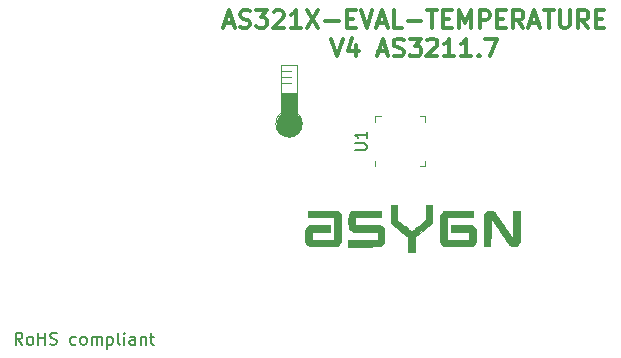
<source format=gbr>
G04 #@! TF.GenerationSoftware,KiCad,Pcbnew,6.0.9-8da3e8f707~117~ubuntu20.04.1*
G04 #@! TF.CreationDate,2022-12-15T16:30:04+01:00*
G04 #@! TF.ProjectId,picsyle-R_temperature_915,70696373-796c-4652-9d52-5f74656d7065,rev?*
G04 #@! TF.SameCoordinates,Original*
G04 #@! TF.FileFunction,Legend,Top*
G04 #@! TF.FilePolarity,Positive*
%FSLAX46Y46*%
G04 Gerber Fmt 4.6, Leading zero omitted, Abs format (unit mm)*
G04 Created by KiCad (PCBNEW 6.0.9-8da3e8f707~117~ubuntu20.04.1) date 2022-12-15 16:30:04*
%MOMM*%
%LPD*%
G01*
G04 APERTURE LIST*
%ADD10C,0.300000*%
%ADD11C,0.150000*%
%ADD12C,0.010000*%
%ADD13C,0.120000*%
%ADD14C,0.100000*%
G04 APERTURE END LIST*
D10*
X40928571Y-22042500D02*
X41642857Y-22042500D01*
X40785714Y-22471071D02*
X41285714Y-20971071D01*
X41785714Y-22471071D01*
X42214285Y-22399642D02*
X42428571Y-22471071D01*
X42785714Y-22471071D01*
X42928571Y-22399642D01*
X43000000Y-22328214D01*
X43071428Y-22185357D01*
X43071428Y-22042500D01*
X43000000Y-21899642D01*
X42928571Y-21828214D01*
X42785714Y-21756785D01*
X42500000Y-21685357D01*
X42357142Y-21613928D01*
X42285714Y-21542500D01*
X42214285Y-21399642D01*
X42214285Y-21256785D01*
X42285714Y-21113928D01*
X42357142Y-21042500D01*
X42500000Y-20971071D01*
X42857142Y-20971071D01*
X43071428Y-21042500D01*
X43571428Y-20971071D02*
X44500000Y-20971071D01*
X44000000Y-21542500D01*
X44214285Y-21542500D01*
X44357142Y-21613928D01*
X44428571Y-21685357D01*
X44500000Y-21828214D01*
X44500000Y-22185357D01*
X44428571Y-22328214D01*
X44357142Y-22399642D01*
X44214285Y-22471071D01*
X43785714Y-22471071D01*
X43642857Y-22399642D01*
X43571428Y-22328214D01*
X45071428Y-21113928D02*
X45142857Y-21042500D01*
X45285714Y-20971071D01*
X45642857Y-20971071D01*
X45785714Y-21042500D01*
X45857142Y-21113928D01*
X45928571Y-21256785D01*
X45928571Y-21399642D01*
X45857142Y-21613928D01*
X45000000Y-22471071D01*
X45928571Y-22471071D01*
X47357142Y-22471071D02*
X46500000Y-22471071D01*
X46928571Y-22471071D02*
X46928571Y-20971071D01*
X46785714Y-21185357D01*
X46642857Y-21328214D01*
X46500000Y-21399642D01*
X47857142Y-20971071D02*
X48857142Y-22471071D01*
X48857142Y-20971071D02*
X47857142Y-22471071D01*
X49428571Y-21899642D02*
X50571428Y-21899642D01*
X51285714Y-21685357D02*
X51785714Y-21685357D01*
X52000000Y-22471071D02*
X51285714Y-22471071D01*
X51285714Y-20971071D01*
X52000000Y-20971071D01*
X52428571Y-20971071D02*
X52928571Y-22471071D01*
X53428571Y-20971071D01*
X53857142Y-22042500D02*
X54571428Y-22042500D01*
X53714285Y-22471071D02*
X54214285Y-20971071D01*
X54714285Y-22471071D01*
X55928571Y-22471071D02*
X55214285Y-22471071D01*
X55214285Y-20971071D01*
X56428571Y-21899642D02*
X57571428Y-21899642D01*
X58071428Y-20971071D02*
X58928571Y-20971071D01*
X58500000Y-22471071D02*
X58500000Y-20971071D01*
X59428571Y-21685357D02*
X59928571Y-21685357D01*
X60142857Y-22471071D02*
X59428571Y-22471071D01*
X59428571Y-20971071D01*
X60142857Y-20971071D01*
X60785714Y-22471071D02*
X60785714Y-20971071D01*
X61285714Y-22042500D01*
X61785714Y-20971071D01*
X61785714Y-22471071D01*
X62500000Y-22471071D02*
X62500000Y-20971071D01*
X63071428Y-20971071D01*
X63214285Y-21042500D01*
X63285714Y-21113928D01*
X63357142Y-21256785D01*
X63357142Y-21471071D01*
X63285714Y-21613928D01*
X63214285Y-21685357D01*
X63071428Y-21756785D01*
X62500000Y-21756785D01*
X64000000Y-21685357D02*
X64500000Y-21685357D01*
X64714285Y-22471071D02*
X64000000Y-22471071D01*
X64000000Y-20971071D01*
X64714285Y-20971071D01*
X66214285Y-22471071D02*
X65714285Y-21756785D01*
X65357142Y-22471071D02*
X65357142Y-20971071D01*
X65928571Y-20971071D01*
X66071428Y-21042500D01*
X66142857Y-21113928D01*
X66214285Y-21256785D01*
X66214285Y-21471071D01*
X66142857Y-21613928D01*
X66071428Y-21685357D01*
X65928571Y-21756785D01*
X65357142Y-21756785D01*
X66785714Y-22042500D02*
X67500000Y-22042500D01*
X66642857Y-22471071D02*
X67142857Y-20971071D01*
X67642857Y-22471071D01*
X67928571Y-20971071D02*
X68785714Y-20971071D01*
X68357142Y-22471071D02*
X68357142Y-20971071D01*
X69285714Y-20971071D02*
X69285714Y-22185357D01*
X69357142Y-22328214D01*
X69428571Y-22399642D01*
X69571428Y-22471071D01*
X69857142Y-22471071D01*
X70000000Y-22399642D01*
X70071428Y-22328214D01*
X70142857Y-22185357D01*
X70142857Y-20971071D01*
X71714285Y-22471071D02*
X71214285Y-21756785D01*
X70857142Y-22471071D02*
X70857142Y-20971071D01*
X71428571Y-20971071D01*
X71571428Y-21042500D01*
X71642857Y-21113928D01*
X71714285Y-21256785D01*
X71714285Y-21471071D01*
X71642857Y-21613928D01*
X71571428Y-21685357D01*
X71428571Y-21756785D01*
X70857142Y-21756785D01*
X72357142Y-21685357D02*
X72857142Y-21685357D01*
X73071428Y-22471071D02*
X72357142Y-22471071D01*
X72357142Y-20971071D01*
X73071428Y-20971071D01*
X49928571Y-23386071D02*
X50428571Y-24886071D01*
X50928571Y-23386071D01*
X52071428Y-23886071D02*
X52071428Y-24886071D01*
X51714285Y-23314642D02*
X51357142Y-24386071D01*
X52285714Y-24386071D01*
X53928571Y-24457500D02*
X54642857Y-24457500D01*
X53785714Y-24886071D02*
X54285714Y-23386071D01*
X54785714Y-24886071D01*
X55214285Y-24814642D02*
X55428571Y-24886071D01*
X55785714Y-24886071D01*
X55928571Y-24814642D01*
X56000000Y-24743214D01*
X56071428Y-24600357D01*
X56071428Y-24457500D01*
X56000000Y-24314642D01*
X55928571Y-24243214D01*
X55785714Y-24171785D01*
X55500000Y-24100357D01*
X55357142Y-24028928D01*
X55285714Y-23957500D01*
X55214285Y-23814642D01*
X55214285Y-23671785D01*
X55285714Y-23528928D01*
X55357142Y-23457500D01*
X55500000Y-23386071D01*
X55857142Y-23386071D01*
X56071428Y-23457500D01*
X56571428Y-23386071D02*
X57500000Y-23386071D01*
X57000000Y-23957500D01*
X57214285Y-23957500D01*
X57357142Y-24028928D01*
X57428571Y-24100357D01*
X57500000Y-24243214D01*
X57500000Y-24600357D01*
X57428571Y-24743214D01*
X57357142Y-24814642D01*
X57214285Y-24886071D01*
X56785714Y-24886071D01*
X56642857Y-24814642D01*
X56571428Y-24743214D01*
X58071428Y-23528928D02*
X58142857Y-23457500D01*
X58285714Y-23386071D01*
X58642857Y-23386071D01*
X58785714Y-23457500D01*
X58857142Y-23528928D01*
X58928571Y-23671785D01*
X58928571Y-23814642D01*
X58857142Y-24028928D01*
X58000000Y-24886071D01*
X58928571Y-24886071D01*
X60357142Y-24886071D02*
X59500000Y-24886071D01*
X59928571Y-24886071D02*
X59928571Y-23386071D01*
X59785714Y-23600357D01*
X59642857Y-23743214D01*
X59500000Y-23814642D01*
X61785714Y-24886071D02*
X60928571Y-24886071D01*
X61357142Y-24886071D02*
X61357142Y-23386071D01*
X61214285Y-23600357D01*
X61071428Y-23743214D01*
X60928571Y-23814642D01*
X62428571Y-24743214D02*
X62500000Y-24814642D01*
X62428571Y-24886071D01*
X62357142Y-24814642D01*
X62428571Y-24743214D01*
X62428571Y-24886071D01*
X63000000Y-23386071D02*
X64000000Y-23386071D01*
X63357142Y-24886071D01*
D11*
X23795714Y-49282380D02*
X23462380Y-48806190D01*
X23224285Y-49282380D02*
X23224285Y-48282380D01*
X23605238Y-48282380D01*
X23700476Y-48330000D01*
X23748095Y-48377619D01*
X23795714Y-48472857D01*
X23795714Y-48615714D01*
X23748095Y-48710952D01*
X23700476Y-48758571D01*
X23605238Y-48806190D01*
X23224285Y-48806190D01*
X24367142Y-49282380D02*
X24271904Y-49234761D01*
X24224285Y-49187142D01*
X24176666Y-49091904D01*
X24176666Y-48806190D01*
X24224285Y-48710952D01*
X24271904Y-48663333D01*
X24367142Y-48615714D01*
X24510000Y-48615714D01*
X24605238Y-48663333D01*
X24652857Y-48710952D01*
X24700476Y-48806190D01*
X24700476Y-49091904D01*
X24652857Y-49187142D01*
X24605238Y-49234761D01*
X24510000Y-49282380D01*
X24367142Y-49282380D01*
X25129047Y-49282380D02*
X25129047Y-48282380D01*
X25129047Y-48758571D02*
X25700476Y-48758571D01*
X25700476Y-49282380D02*
X25700476Y-48282380D01*
X26129047Y-49234761D02*
X26271904Y-49282380D01*
X26510000Y-49282380D01*
X26605238Y-49234761D01*
X26652857Y-49187142D01*
X26700476Y-49091904D01*
X26700476Y-48996666D01*
X26652857Y-48901428D01*
X26605238Y-48853809D01*
X26510000Y-48806190D01*
X26319523Y-48758571D01*
X26224285Y-48710952D01*
X26176666Y-48663333D01*
X26129047Y-48568095D01*
X26129047Y-48472857D01*
X26176666Y-48377619D01*
X26224285Y-48330000D01*
X26319523Y-48282380D01*
X26557619Y-48282380D01*
X26700476Y-48330000D01*
X28319523Y-49234761D02*
X28224285Y-49282380D01*
X28033809Y-49282380D01*
X27938571Y-49234761D01*
X27890952Y-49187142D01*
X27843333Y-49091904D01*
X27843333Y-48806190D01*
X27890952Y-48710952D01*
X27938571Y-48663333D01*
X28033809Y-48615714D01*
X28224285Y-48615714D01*
X28319523Y-48663333D01*
X28890952Y-49282380D02*
X28795714Y-49234761D01*
X28748095Y-49187142D01*
X28700476Y-49091904D01*
X28700476Y-48806190D01*
X28748095Y-48710952D01*
X28795714Y-48663333D01*
X28890952Y-48615714D01*
X29033809Y-48615714D01*
X29129047Y-48663333D01*
X29176666Y-48710952D01*
X29224285Y-48806190D01*
X29224285Y-49091904D01*
X29176666Y-49187142D01*
X29129047Y-49234761D01*
X29033809Y-49282380D01*
X28890952Y-49282380D01*
X29652857Y-49282380D02*
X29652857Y-48615714D01*
X29652857Y-48710952D02*
X29700476Y-48663333D01*
X29795714Y-48615714D01*
X29938571Y-48615714D01*
X30033809Y-48663333D01*
X30081428Y-48758571D01*
X30081428Y-49282380D01*
X30081428Y-48758571D02*
X30129047Y-48663333D01*
X30224285Y-48615714D01*
X30367142Y-48615714D01*
X30462380Y-48663333D01*
X30510000Y-48758571D01*
X30510000Y-49282380D01*
X30986190Y-48615714D02*
X30986190Y-49615714D01*
X30986190Y-48663333D02*
X31081428Y-48615714D01*
X31271904Y-48615714D01*
X31367142Y-48663333D01*
X31414761Y-48710952D01*
X31462380Y-48806190D01*
X31462380Y-49091904D01*
X31414761Y-49187142D01*
X31367142Y-49234761D01*
X31271904Y-49282380D01*
X31081428Y-49282380D01*
X30986190Y-49234761D01*
X32033809Y-49282380D02*
X31938571Y-49234761D01*
X31890952Y-49139523D01*
X31890952Y-48282380D01*
X32414761Y-49282380D02*
X32414761Y-48615714D01*
X32414761Y-48282380D02*
X32367142Y-48330000D01*
X32414761Y-48377619D01*
X32462380Y-48330000D01*
X32414761Y-48282380D01*
X32414761Y-48377619D01*
X33319523Y-49282380D02*
X33319523Y-48758571D01*
X33271904Y-48663333D01*
X33176666Y-48615714D01*
X32986190Y-48615714D01*
X32890952Y-48663333D01*
X33319523Y-49234761D02*
X33224285Y-49282380D01*
X32986190Y-49282380D01*
X32890952Y-49234761D01*
X32843333Y-49139523D01*
X32843333Y-49044285D01*
X32890952Y-48949047D01*
X32986190Y-48901428D01*
X33224285Y-48901428D01*
X33319523Y-48853809D01*
X33795714Y-48615714D02*
X33795714Y-49282380D01*
X33795714Y-48710952D02*
X33843333Y-48663333D01*
X33938571Y-48615714D01*
X34081428Y-48615714D01*
X34176666Y-48663333D01*
X34224285Y-48758571D01*
X34224285Y-49282380D01*
X34557619Y-48615714D02*
X34938571Y-48615714D01*
X34700476Y-48282380D02*
X34700476Y-49139523D01*
X34748095Y-49234761D01*
X34843333Y-49282380D01*
X34938571Y-49282380D01*
X51932380Y-32821904D02*
X52741904Y-32821904D01*
X52837142Y-32774285D01*
X52884761Y-32726666D01*
X52932380Y-32631428D01*
X52932380Y-32440952D01*
X52884761Y-32345714D01*
X52837142Y-32298095D01*
X52741904Y-32250476D01*
X51932380Y-32250476D01*
X52932380Y-31250476D02*
X52932380Y-31821904D01*
X52932380Y-31536190D02*
X51932380Y-31536190D01*
X52075238Y-31631428D01*
X52170476Y-31726666D01*
X52218095Y-31821904D01*
G36*
X54195916Y-38486917D02*
G01*
X51962833Y-38486917D01*
X51962833Y-39174833D01*
X52981479Y-39174959D01*
X53154686Y-39174978D01*
X53308071Y-39175030D01*
X53442976Y-39175176D01*
X53560746Y-39175477D01*
X53662722Y-39175995D01*
X53750251Y-39176788D01*
X53824673Y-39177920D01*
X53887335Y-39179450D01*
X53939578Y-39181439D01*
X53982746Y-39183949D01*
X54018184Y-39187040D01*
X54047234Y-39190772D01*
X54071240Y-39195208D01*
X54091546Y-39200407D01*
X54109496Y-39206431D01*
X54126432Y-39213341D01*
X54143699Y-39221197D01*
X54158875Y-39228307D01*
X54200528Y-39253759D01*
X54247976Y-39292079D01*
X54296004Y-39338055D01*
X54339402Y-39386475D01*
X54372956Y-39432125D01*
X54385859Y-39455292D01*
X54398218Y-39482436D01*
X54408502Y-39507662D01*
X54416900Y-39533174D01*
X54423604Y-39561175D01*
X54428806Y-39593869D01*
X54432697Y-39633460D01*
X54435468Y-39682151D01*
X54437310Y-39742146D01*
X54438415Y-39815648D01*
X54438974Y-39904863D01*
X54439179Y-40011992D01*
X54439207Y-40069850D01*
X54439139Y-40183612D01*
X54438822Y-40278257D01*
X54438188Y-40355833D01*
X54437172Y-40418388D01*
X54435706Y-40467970D01*
X54433723Y-40506628D01*
X54431156Y-40536409D01*
X54427939Y-40559364D01*
X54424005Y-40577538D01*
X54422448Y-40583141D01*
X54384204Y-40678340D01*
X54329408Y-40764016D01*
X54260568Y-40837858D01*
X54180189Y-40897552D01*
X54090777Y-40940786D01*
X54011410Y-40962530D01*
X53990825Y-40964522D01*
X53951798Y-40966318D01*
X53894063Y-40967919D01*
X53817353Y-40969328D01*
X53721402Y-40970547D01*
X53605944Y-40971578D01*
X53470712Y-40972423D01*
X53315439Y-40973085D01*
X53139859Y-40973567D01*
X52943706Y-40973869D01*
X52726713Y-40973995D01*
X52675264Y-40974000D01*
X51401916Y-40974000D01*
X51401916Y-40413083D01*
X53889000Y-40413083D01*
X53889000Y-39725167D01*
X52863531Y-39725167D01*
X52693154Y-39725155D01*
X52542618Y-39725103D01*
X52410597Y-39724986D01*
X52295764Y-39724777D01*
X52196793Y-39724452D01*
X52112358Y-39723985D01*
X52041134Y-39723350D01*
X51981794Y-39722523D01*
X51933012Y-39721476D01*
X51893461Y-39720186D01*
X51861817Y-39718626D01*
X51836753Y-39716772D01*
X51816942Y-39714596D01*
X51801059Y-39712075D01*
X51787777Y-39709183D01*
X51775771Y-39705894D01*
X51770038Y-39704156D01*
X51675759Y-39664398D01*
X51591703Y-39607656D01*
X51520200Y-39536353D01*
X51463584Y-39452913D01*
X51424186Y-39359758D01*
X51418139Y-39338505D01*
X51413536Y-39309432D01*
X51409616Y-39262125D01*
X51406377Y-39199503D01*
X51403820Y-39124486D01*
X51401946Y-39039994D01*
X51400754Y-38948949D01*
X51400244Y-38854270D01*
X51400417Y-38758877D01*
X51401272Y-38665690D01*
X51402809Y-38577631D01*
X51405030Y-38497618D01*
X51407932Y-38428573D01*
X51411518Y-38373415D01*
X51415786Y-38335065D01*
X51418121Y-38323315D01*
X51452923Y-38229780D01*
X51505090Y-38144533D01*
X51571937Y-38070093D01*
X51650775Y-38008976D01*
X51738919Y-37963701D01*
X51829839Y-37937470D01*
X51851430Y-37935363D01*
X51892067Y-37933475D01*
X51951974Y-37931805D01*
X52031372Y-37930350D01*
X52130484Y-37929109D01*
X52249532Y-37928079D01*
X52388739Y-37927258D01*
X52548326Y-37926644D01*
X52728518Y-37926234D01*
X52929535Y-37926028D01*
X53044277Y-37926000D01*
X54195916Y-37926000D01*
X54195916Y-38486917D01*
G37*
D12*
X54195916Y-38486917D02*
X51962833Y-38486917D01*
X51962833Y-39174833D01*
X52981479Y-39174959D01*
X53154686Y-39174978D01*
X53308071Y-39175030D01*
X53442976Y-39175176D01*
X53560746Y-39175477D01*
X53662722Y-39175995D01*
X53750251Y-39176788D01*
X53824673Y-39177920D01*
X53887335Y-39179450D01*
X53939578Y-39181439D01*
X53982746Y-39183949D01*
X54018184Y-39187040D01*
X54047234Y-39190772D01*
X54071240Y-39195208D01*
X54091546Y-39200407D01*
X54109496Y-39206431D01*
X54126432Y-39213341D01*
X54143699Y-39221197D01*
X54158875Y-39228307D01*
X54200528Y-39253759D01*
X54247976Y-39292079D01*
X54296004Y-39338055D01*
X54339402Y-39386475D01*
X54372956Y-39432125D01*
X54385859Y-39455292D01*
X54398218Y-39482436D01*
X54408502Y-39507662D01*
X54416900Y-39533174D01*
X54423604Y-39561175D01*
X54428806Y-39593869D01*
X54432697Y-39633460D01*
X54435468Y-39682151D01*
X54437310Y-39742146D01*
X54438415Y-39815648D01*
X54438974Y-39904863D01*
X54439179Y-40011992D01*
X54439207Y-40069850D01*
X54439139Y-40183612D01*
X54438822Y-40278257D01*
X54438188Y-40355833D01*
X54437172Y-40418388D01*
X54435706Y-40467970D01*
X54433723Y-40506628D01*
X54431156Y-40536409D01*
X54427939Y-40559364D01*
X54424005Y-40577538D01*
X54422448Y-40583141D01*
X54384204Y-40678340D01*
X54329408Y-40764016D01*
X54260568Y-40837858D01*
X54180189Y-40897552D01*
X54090777Y-40940786D01*
X54011410Y-40962530D01*
X53990825Y-40964522D01*
X53951798Y-40966318D01*
X53894063Y-40967919D01*
X53817353Y-40969328D01*
X53721402Y-40970547D01*
X53605944Y-40971578D01*
X53470712Y-40972423D01*
X53315439Y-40973085D01*
X53139859Y-40973567D01*
X52943706Y-40973869D01*
X52726713Y-40973995D01*
X52675264Y-40974000D01*
X51401916Y-40974000D01*
X51401916Y-40413083D01*
X53889000Y-40413083D01*
X53889000Y-39725167D01*
X52863531Y-39725167D01*
X52693154Y-39725155D01*
X52542618Y-39725103D01*
X52410597Y-39724986D01*
X52295764Y-39724777D01*
X52196793Y-39724452D01*
X52112358Y-39723985D01*
X52041134Y-39723350D01*
X51981794Y-39722523D01*
X51933012Y-39721476D01*
X51893461Y-39720186D01*
X51861817Y-39718626D01*
X51836753Y-39716772D01*
X51816942Y-39714596D01*
X51801059Y-39712075D01*
X51787777Y-39709183D01*
X51775771Y-39705894D01*
X51770038Y-39704156D01*
X51675759Y-39664398D01*
X51591703Y-39607656D01*
X51520200Y-39536353D01*
X51463584Y-39452913D01*
X51424186Y-39359758D01*
X51418139Y-39338505D01*
X51413536Y-39309432D01*
X51409616Y-39262125D01*
X51406377Y-39199503D01*
X51403820Y-39124486D01*
X51401946Y-39039994D01*
X51400754Y-38948949D01*
X51400244Y-38854270D01*
X51400417Y-38758877D01*
X51401272Y-38665690D01*
X51402809Y-38577631D01*
X51405030Y-38497618D01*
X51407932Y-38428573D01*
X51411518Y-38373415D01*
X51415786Y-38335065D01*
X51418121Y-38323315D01*
X51452923Y-38229780D01*
X51505090Y-38144533D01*
X51571937Y-38070093D01*
X51650775Y-38008976D01*
X51738919Y-37963701D01*
X51829839Y-37937470D01*
X51851430Y-37935363D01*
X51892067Y-37933475D01*
X51951974Y-37931805D01*
X52031372Y-37930350D01*
X52130484Y-37929109D01*
X52249532Y-37928079D01*
X52388739Y-37927258D01*
X52548326Y-37926644D01*
X52728518Y-37926234D01*
X52929535Y-37926028D01*
X53044277Y-37926000D01*
X54195916Y-37926000D01*
X54195916Y-38486917D01*
G36*
X61953500Y-38486917D02*
G01*
X59720416Y-38486917D01*
X59720416Y-40413083D01*
X61646583Y-40413083D01*
X61646583Y-39725167D01*
X60122583Y-39725167D01*
X60122583Y-39174833D01*
X60940568Y-39174833D01*
X61097494Y-39174840D01*
X61234761Y-39174924D01*
X61353876Y-39175177D01*
X61456347Y-39175691D01*
X61543681Y-39176559D01*
X61617386Y-39177875D01*
X61678969Y-39179729D01*
X61729937Y-39182216D01*
X61771799Y-39185428D01*
X61806061Y-39189457D01*
X61834231Y-39194396D01*
X61857817Y-39200338D01*
X61878325Y-39207375D01*
X61897264Y-39215600D01*
X61916141Y-39225106D01*
X61936463Y-39235985D01*
X61936558Y-39236036D01*
X62001669Y-39280419D01*
X62063803Y-39339947D01*
X62117455Y-39408748D01*
X62148415Y-39462086D01*
X62162674Y-39493149D01*
X62174563Y-39524965D01*
X62184260Y-39559665D01*
X62191945Y-39599377D01*
X62197795Y-39646229D01*
X62201988Y-39702352D01*
X62204704Y-39769873D01*
X62206120Y-39850923D01*
X62206415Y-39947630D01*
X62205767Y-40062123D01*
X62205025Y-40137917D01*
X62203835Y-40241216D01*
X62202638Y-40325703D01*
X62201300Y-40393732D01*
X62199687Y-40447657D01*
X62197667Y-40489832D01*
X62195105Y-40522611D01*
X62191868Y-40548348D01*
X62187823Y-40569397D01*
X62182836Y-40588112D01*
X62178768Y-40600918D01*
X62138930Y-40690163D01*
X62082716Y-40771590D01*
X62013274Y-40842260D01*
X61933749Y-40899232D01*
X61847290Y-40939566D01*
X61802351Y-40952597D01*
X61784273Y-40954297D01*
X61745891Y-40955868D01*
X61688064Y-40957301D01*
X61611653Y-40958589D01*
X61517521Y-40959724D01*
X61406527Y-40960698D01*
X61279532Y-40961503D01*
X61137399Y-40962131D01*
X60980987Y-40962575D01*
X60811158Y-40962827D01*
X60672916Y-40962885D01*
X59588125Y-40962870D01*
X59516917Y-40938602D01*
X59439559Y-40904584D01*
X59365733Y-40858095D01*
X59303234Y-40804247D01*
X59289809Y-40789681D01*
X59255431Y-40742174D01*
X59221961Y-40682080D01*
X59193418Y-40617750D01*
X59173822Y-40557534D01*
X59170244Y-40541284D01*
X59168363Y-40520596D01*
X59166658Y-40480613D01*
X59165128Y-40423129D01*
X59163772Y-40349934D01*
X59162590Y-40262819D01*
X59161580Y-40163576D01*
X59160742Y-40053995D01*
X59160074Y-39935868D01*
X59159578Y-39810985D01*
X59159250Y-39681139D01*
X59159091Y-39548120D01*
X59159100Y-39413719D01*
X59159276Y-39279728D01*
X59159619Y-39147937D01*
X59160127Y-39020138D01*
X59160800Y-38898122D01*
X59161637Y-38783681D01*
X59162637Y-38678604D01*
X59163800Y-38584684D01*
X59165124Y-38503711D01*
X59166609Y-38437477D01*
X59168254Y-38387773D01*
X59170059Y-38356390D01*
X59171195Y-38347208D01*
X59198411Y-38261646D01*
X59242156Y-38178794D01*
X59299024Y-38103102D01*
X59365611Y-38039020D01*
X59438511Y-37990995D01*
X59447102Y-37986724D01*
X59466163Y-37977518D01*
X59483718Y-37969299D01*
X59501013Y-37962008D01*
X59519295Y-37955591D01*
X59539809Y-37949992D01*
X59563802Y-37945155D01*
X59592520Y-37941023D01*
X59627208Y-37937542D01*
X59669113Y-37934655D01*
X59719481Y-37932306D01*
X59779558Y-37930439D01*
X59850590Y-37928999D01*
X59933823Y-37927929D01*
X60030502Y-37927174D01*
X60141875Y-37926677D01*
X60269187Y-37926384D01*
X60413685Y-37926237D01*
X60576613Y-37926181D01*
X60759219Y-37926161D01*
X60797270Y-37926156D01*
X61953500Y-37926000D01*
X61953500Y-38486917D01*
G37*
X61953500Y-38486917D02*
X59720416Y-38486917D01*
X59720416Y-40413083D01*
X61646583Y-40413083D01*
X61646583Y-39725167D01*
X60122583Y-39725167D01*
X60122583Y-39174833D01*
X60940568Y-39174833D01*
X61097494Y-39174840D01*
X61234761Y-39174924D01*
X61353876Y-39175177D01*
X61456347Y-39175691D01*
X61543681Y-39176559D01*
X61617386Y-39177875D01*
X61678969Y-39179729D01*
X61729937Y-39182216D01*
X61771799Y-39185428D01*
X61806061Y-39189457D01*
X61834231Y-39194396D01*
X61857817Y-39200338D01*
X61878325Y-39207375D01*
X61897264Y-39215600D01*
X61916141Y-39225106D01*
X61936463Y-39235985D01*
X61936558Y-39236036D01*
X62001669Y-39280419D01*
X62063803Y-39339947D01*
X62117455Y-39408748D01*
X62148415Y-39462086D01*
X62162674Y-39493149D01*
X62174563Y-39524965D01*
X62184260Y-39559665D01*
X62191945Y-39599377D01*
X62197795Y-39646229D01*
X62201988Y-39702352D01*
X62204704Y-39769873D01*
X62206120Y-39850923D01*
X62206415Y-39947630D01*
X62205767Y-40062123D01*
X62205025Y-40137917D01*
X62203835Y-40241216D01*
X62202638Y-40325703D01*
X62201300Y-40393732D01*
X62199687Y-40447657D01*
X62197667Y-40489832D01*
X62195105Y-40522611D01*
X62191868Y-40548348D01*
X62187823Y-40569397D01*
X62182836Y-40588112D01*
X62178768Y-40600918D01*
X62138930Y-40690163D01*
X62082716Y-40771590D01*
X62013274Y-40842260D01*
X61933749Y-40899232D01*
X61847290Y-40939566D01*
X61802351Y-40952597D01*
X61784273Y-40954297D01*
X61745891Y-40955868D01*
X61688064Y-40957301D01*
X61611653Y-40958589D01*
X61517521Y-40959724D01*
X61406527Y-40960698D01*
X61279532Y-40961503D01*
X61137399Y-40962131D01*
X60980987Y-40962575D01*
X60811158Y-40962827D01*
X60672916Y-40962885D01*
X59588125Y-40962870D01*
X59516917Y-40938602D01*
X59439559Y-40904584D01*
X59365733Y-40858095D01*
X59303234Y-40804247D01*
X59289809Y-40789681D01*
X59255431Y-40742174D01*
X59221961Y-40682080D01*
X59193418Y-40617750D01*
X59173822Y-40557534D01*
X59170244Y-40541284D01*
X59168363Y-40520596D01*
X59166658Y-40480613D01*
X59165128Y-40423129D01*
X59163772Y-40349934D01*
X59162590Y-40262819D01*
X59161580Y-40163576D01*
X59160742Y-40053995D01*
X59160074Y-39935868D01*
X59159578Y-39810985D01*
X59159250Y-39681139D01*
X59159091Y-39548120D01*
X59159100Y-39413719D01*
X59159276Y-39279728D01*
X59159619Y-39147937D01*
X59160127Y-39020138D01*
X59160800Y-38898122D01*
X59161637Y-38783681D01*
X59162637Y-38678604D01*
X59163800Y-38584684D01*
X59165124Y-38503711D01*
X59166609Y-38437477D01*
X59168254Y-38387773D01*
X59170059Y-38356390D01*
X59171195Y-38347208D01*
X59198411Y-38261646D01*
X59242156Y-38178794D01*
X59299024Y-38103102D01*
X59365611Y-38039020D01*
X59438511Y-37990995D01*
X59447102Y-37986724D01*
X59466163Y-37977518D01*
X59483718Y-37969299D01*
X59501013Y-37962008D01*
X59519295Y-37955591D01*
X59539809Y-37949992D01*
X59563802Y-37945155D01*
X59592520Y-37941023D01*
X59627208Y-37937542D01*
X59669113Y-37934655D01*
X59719481Y-37932306D01*
X59779558Y-37930439D01*
X59850590Y-37928999D01*
X59933823Y-37927929D01*
X60030502Y-37927174D01*
X60141875Y-37926677D01*
X60269187Y-37926384D01*
X60413685Y-37926237D01*
X60576613Y-37926181D01*
X60759219Y-37926161D01*
X60797270Y-37926156D01*
X61953500Y-37926000D01*
X61953500Y-38486917D01*
G36*
X65901083Y-39231359D02*
G01*
X65901047Y-39430946D01*
X65900933Y-39610400D01*
X65900729Y-39770755D01*
X65900424Y-39913043D01*
X65900008Y-40038300D01*
X65899470Y-40147559D01*
X65898798Y-40241852D01*
X65897982Y-40322215D01*
X65897010Y-40389680D01*
X65895873Y-40445281D01*
X65894558Y-40490052D01*
X65893056Y-40525026D01*
X65891354Y-40551238D01*
X65889443Y-40569720D01*
X65887311Y-40581506D01*
X65886788Y-40583380D01*
X65845713Y-40683876D01*
X65788276Y-40770966D01*
X65714720Y-40844362D01*
X65625291Y-40903775D01*
X65606825Y-40913311D01*
X65516387Y-40958125D01*
X65238029Y-40958125D01*
X65148868Y-40913779D01*
X65066309Y-40865053D01*
X65005447Y-40813238D01*
X64992646Y-40797562D01*
X64968589Y-40765591D01*
X64934065Y-40718436D01*
X64889859Y-40657207D01*
X64836758Y-40583017D01*
X64775550Y-40496977D01*
X64707022Y-40400198D01*
X64631960Y-40293791D01*
X64551152Y-40178869D01*
X64465385Y-40056541D01*
X64375446Y-39927921D01*
X64282121Y-39794118D01*
X64190530Y-39662478D01*
X63429875Y-38567915D01*
X63427183Y-39765666D01*
X63424492Y-40963417D01*
X62863666Y-40963417D01*
X62863666Y-39683354D01*
X62863743Y-39466452D01*
X62863976Y-39270255D01*
X62864370Y-39094300D01*
X62864929Y-38938126D01*
X62865656Y-38801272D01*
X62866555Y-38683275D01*
X62867632Y-38583675D01*
X62868889Y-38502009D01*
X62870330Y-38437815D01*
X62871961Y-38390633D01*
X62873784Y-38360000D01*
X62875362Y-38347208D01*
X62903882Y-38257972D01*
X62949911Y-38171962D01*
X63009959Y-38094102D01*
X63080537Y-38029313D01*
X63119407Y-38002923D01*
X63200228Y-37964766D01*
X63290787Y-37939650D01*
X63382791Y-37929532D01*
X63425992Y-37930649D01*
X63528244Y-37946403D01*
X63618406Y-37977843D01*
X63700169Y-38026547D01*
X63753044Y-38070510D01*
X63765860Y-38085519D01*
X63790100Y-38117150D01*
X63825189Y-38164590D01*
X63870550Y-38227027D01*
X63925604Y-38303648D01*
X63989775Y-38393641D01*
X64062486Y-38496193D01*
X64143160Y-38610491D01*
X64231219Y-38735724D01*
X64326087Y-38871077D01*
X64427186Y-39015740D01*
X64533940Y-39168898D01*
X64573253Y-39225396D01*
X65345458Y-40335637D01*
X65348149Y-39130819D01*
X65350839Y-37926000D01*
X65901083Y-37926000D01*
X65901083Y-39231359D01*
G37*
X65901083Y-39231359D02*
X65901047Y-39430946D01*
X65900933Y-39610400D01*
X65900729Y-39770755D01*
X65900424Y-39913043D01*
X65900008Y-40038300D01*
X65899470Y-40147559D01*
X65898798Y-40241852D01*
X65897982Y-40322215D01*
X65897010Y-40389680D01*
X65895873Y-40445281D01*
X65894558Y-40490052D01*
X65893056Y-40525026D01*
X65891354Y-40551238D01*
X65889443Y-40569720D01*
X65887311Y-40581506D01*
X65886788Y-40583380D01*
X65845713Y-40683876D01*
X65788276Y-40770966D01*
X65714720Y-40844362D01*
X65625291Y-40903775D01*
X65606825Y-40913311D01*
X65516387Y-40958125D01*
X65238029Y-40958125D01*
X65148868Y-40913779D01*
X65066309Y-40865053D01*
X65005447Y-40813238D01*
X64992646Y-40797562D01*
X64968589Y-40765591D01*
X64934065Y-40718436D01*
X64889859Y-40657207D01*
X64836758Y-40583017D01*
X64775550Y-40496977D01*
X64707022Y-40400198D01*
X64631960Y-40293791D01*
X64551152Y-40178869D01*
X64465385Y-40056541D01*
X64375446Y-39927921D01*
X64282121Y-39794118D01*
X64190530Y-39662478D01*
X63429875Y-38567915D01*
X63427183Y-39765666D01*
X63424492Y-40963417D01*
X62863666Y-40963417D01*
X62863666Y-39683354D01*
X62863743Y-39466452D01*
X62863976Y-39270255D01*
X62864370Y-39094300D01*
X62864929Y-38938126D01*
X62865656Y-38801272D01*
X62866555Y-38683275D01*
X62867632Y-38583675D01*
X62868889Y-38502009D01*
X62870330Y-38437815D01*
X62871961Y-38390633D01*
X62873784Y-38360000D01*
X62875362Y-38347208D01*
X62903882Y-38257972D01*
X62949911Y-38171962D01*
X63009959Y-38094102D01*
X63080537Y-38029313D01*
X63119407Y-38002923D01*
X63200228Y-37964766D01*
X63290787Y-37939650D01*
X63382791Y-37929532D01*
X63425992Y-37930649D01*
X63528244Y-37946403D01*
X63618406Y-37977843D01*
X63700169Y-38026547D01*
X63753044Y-38070510D01*
X63765860Y-38085519D01*
X63790100Y-38117150D01*
X63825189Y-38164590D01*
X63870550Y-38227027D01*
X63925604Y-38303648D01*
X63989775Y-38393641D01*
X64062486Y-38496193D01*
X64143160Y-38610491D01*
X64231219Y-38735724D01*
X64326087Y-38871077D01*
X64427186Y-39015740D01*
X64533940Y-39168898D01*
X64573253Y-39225396D01*
X65345458Y-40335637D01*
X65348149Y-39130819D01*
X65350839Y-37926000D01*
X65901083Y-37926000D01*
X65901083Y-39231359D01*
G36*
X49335134Y-37926008D02*
G01*
X49498486Y-37926047D01*
X49643124Y-37926137D01*
X49770278Y-37926299D01*
X49881173Y-37926555D01*
X49977036Y-37926925D01*
X50059095Y-37927430D01*
X50128576Y-37928090D01*
X50186708Y-37928928D01*
X50234716Y-37929963D01*
X50273828Y-37931217D01*
X50305270Y-37932711D01*
X50330271Y-37934465D01*
X50350056Y-37936501D01*
X50365853Y-37938839D01*
X50378890Y-37941500D01*
X50390392Y-37944505D01*
X50399617Y-37947265D01*
X50488831Y-37985062D01*
X50570680Y-38039646D01*
X50641185Y-38107657D01*
X50696368Y-38185737D01*
X50707887Y-38207623D01*
X50717318Y-38226779D01*
X50725688Y-38244350D01*
X50733060Y-38261653D01*
X50739497Y-38280004D01*
X50745063Y-38300720D01*
X50749821Y-38325118D01*
X50753833Y-38354515D01*
X50757165Y-38390227D01*
X50759878Y-38433571D01*
X50762036Y-38485864D01*
X50763703Y-38548422D01*
X50764941Y-38622563D01*
X50765814Y-38709602D01*
X50766385Y-38810857D01*
X50766718Y-38927644D01*
X50766875Y-39061280D01*
X50766920Y-39213082D01*
X50766917Y-39384366D01*
X50766916Y-39435827D01*
X50766816Y-39633994D01*
X50766512Y-39811423D01*
X50766000Y-39968544D01*
X50765276Y-40105785D01*
X50764334Y-40223575D01*
X50763171Y-40322343D01*
X50761781Y-40402517D01*
X50760161Y-40464526D01*
X50758305Y-40508799D01*
X50756210Y-40535765D01*
X50755221Y-40542208D01*
X50728565Y-40626441D01*
X50685868Y-40708290D01*
X50630516Y-40783322D01*
X50565895Y-40847105D01*
X50495392Y-40895208D01*
X50479301Y-40903307D01*
X50459005Y-40912866D01*
X50440280Y-40921349D01*
X50421801Y-40928819D01*
X50402245Y-40935339D01*
X50380285Y-40940971D01*
X50354597Y-40945780D01*
X50323857Y-40949827D01*
X50286739Y-40953175D01*
X50241919Y-40955888D01*
X50188073Y-40958029D01*
X50123875Y-40959661D01*
X50048001Y-40960846D01*
X49959126Y-40961647D01*
X49855925Y-40962128D01*
X49737073Y-40962352D01*
X49601247Y-40962381D01*
X49447120Y-40962278D01*
X49273369Y-40962107D01*
X49242916Y-40962076D01*
X49081419Y-40961816D01*
X48928544Y-40961369D01*
X48785545Y-40960748D01*
X48653676Y-40959966D01*
X48534192Y-40959035D01*
X48428345Y-40957968D01*
X48337391Y-40956778D01*
X48262582Y-40955477D01*
X48205174Y-40954078D01*
X48166419Y-40952594D01*
X48147573Y-40951037D01*
X48147541Y-40951031D01*
X48060985Y-40924792D01*
X47976706Y-40880967D01*
X47899475Y-40822989D01*
X47834057Y-40754292D01*
X47795425Y-40697465D01*
X47780468Y-40670730D01*
X47767931Y-40646197D01*
X47757612Y-40621783D01*
X47749312Y-40595407D01*
X47742831Y-40564986D01*
X47737967Y-40528439D01*
X47734522Y-40483682D01*
X47732295Y-40428633D01*
X47731085Y-40361211D01*
X47730692Y-40279333D01*
X47730917Y-40180917D01*
X47731559Y-40063881D01*
X47731738Y-40035091D01*
X47734791Y-39548899D01*
X47779674Y-39458345D01*
X47835951Y-39366725D01*
X47905979Y-39291195D01*
X47989747Y-39231767D01*
X48087245Y-39188447D01*
X48109775Y-39181305D01*
X48122370Y-39178125D01*
X48138226Y-39175359D01*
X48158800Y-39172980D01*
X48185550Y-39170960D01*
X48219934Y-39169270D01*
X48263407Y-39167882D01*
X48317428Y-39166767D01*
X48383454Y-39165899D01*
X48462942Y-39165248D01*
X48557350Y-39164786D01*
X48668134Y-39164485D01*
X48796753Y-39164316D01*
X48944663Y-39164253D01*
X48990837Y-39164250D01*
X49814416Y-39164250D01*
X49814416Y-39714583D01*
X48279833Y-39714583D01*
X48279833Y-40402500D01*
X50206000Y-40402500D01*
X50206000Y-38476333D01*
X47972916Y-38476333D01*
X47972916Y-37926000D01*
X49151843Y-37926000D01*
X49335134Y-37926008D01*
G37*
X49335134Y-37926008D02*
X49498486Y-37926047D01*
X49643124Y-37926137D01*
X49770278Y-37926299D01*
X49881173Y-37926555D01*
X49977036Y-37926925D01*
X50059095Y-37927430D01*
X50128576Y-37928090D01*
X50186708Y-37928928D01*
X50234716Y-37929963D01*
X50273828Y-37931217D01*
X50305270Y-37932711D01*
X50330271Y-37934465D01*
X50350056Y-37936501D01*
X50365853Y-37938839D01*
X50378890Y-37941500D01*
X50390392Y-37944505D01*
X50399617Y-37947265D01*
X50488831Y-37985062D01*
X50570680Y-38039646D01*
X50641185Y-38107657D01*
X50696368Y-38185737D01*
X50707887Y-38207623D01*
X50717318Y-38226779D01*
X50725688Y-38244350D01*
X50733060Y-38261653D01*
X50739497Y-38280004D01*
X50745063Y-38300720D01*
X50749821Y-38325118D01*
X50753833Y-38354515D01*
X50757165Y-38390227D01*
X50759878Y-38433571D01*
X50762036Y-38485864D01*
X50763703Y-38548422D01*
X50764941Y-38622563D01*
X50765814Y-38709602D01*
X50766385Y-38810857D01*
X50766718Y-38927644D01*
X50766875Y-39061280D01*
X50766920Y-39213082D01*
X50766917Y-39384366D01*
X50766916Y-39435827D01*
X50766816Y-39633994D01*
X50766512Y-39811423D01*
X50766000Y-39968544D01*
X50765276Y-40105785D01*
X50764334Y-40223575D01*
X50763171Y-40322343D01*
X50761781Y-40402517D01*
X50760161Y-40464526D01*
X50758305Y-40508799D01*
X50756210Y-40535765D01*
X50755221Y-40542208D01*
X50728565Y-40626441D01*
X50685868Y-40708290D01*
X50630516Y-40783322D01*
X50565895Y-40847105D01*
X50495392Y-40895208D01*
X50479301Y-40903307D01*
X50459005Y-40912866D01*
X50440280Y-40921349D01*
X50421801Y-40928819D01*
X50402245Y-40935339D01*
X50380285Y-40940971D01*
X50354597Y-40945780D01*
X50323857Y-40949827D01*
X50286739Y-40953175D01*
X50241919Y-40955888D01*
X50188073Y-40958029D01*
X50123875Y-40959661D01*
X50048001Y-40960846D01*
X49959126Y-40961647D01*
X49855925Y-40962128D01*
X49737073Y-40962352D01*
X49601247Y-40962381D01*
X49447120Y-40962278D01*
X49273369Y-40962107D01*
X49242916Y-40962076D01*
X49081419Y-40961816D01*
X48928544Y-40961369D01*
X48785545Y-40960748D01*
X48653676Y-40959966D01*
X48534192Y-40959035D01*
X48428345Y-40957968D01*
X48337391Y-40956778D01*
X48262582Y-40955477D01*
X48205174Y-40954078D01*
X48166419Y-40952594D01*
X48147573Y-40951037D01*
X48147541Y-40951031D01*
X48060985Y-40924792D01*
X47976706Y-40880967D01*
X47899475Y-40822989D01*
X47834057Y-40754292D01*
X47795425Y-40697465D01*
X47780468Y-40670730D01*
X47767931Y-40646197D01*
X47757612Y-40621783D01*
X47749312Y-40595407D01*
X47742831Y-40564986D01*
X47737967Y-40528439D01*
X47734522Y-40483682D01*
X47732295Y-40428633D01*
X47731085Y-40361211D01*
X47730692Y-40279333D01*
X47730917Y-40180917D01*
X47731559Y-40063881D01*
X47731738Y-40035091D01*
X47734791Y-39548899D01*
X47779674Y-39458345D01*
X47835951Y-39366725D01*
X47905979Y-39291195D01*
X47989747Y-39231767D01*
X48087245Y-39188447D01*
X48109775Y-39181305D01*
X48122370Y-39178125D01*
X48138226Y-39175359D01*
X48158800Y-39172980D01*
X48185550Y-39170960D01*
X48219934Y-39169270D01*
X48263407Y-39167882D01*
X48317428Y-39166767D01*
X48383454Y-39165899D01*
X48462942Y-39165248D01*
X48557350Y-39164786D01*
X48668134Y-39164485D01*
X48796753Y-39164316D01*
X48944663Y-39164253D01*
X48990837Y-39164250D01*
X49814416Y-39164250D01*
X49814416Y-39714583D01*
X48279833Y-39714583D01*
X48279833Y-40402500D01*
X50206000Y-40402500D01*
X50206000Y-38476333D01*
X47972916Y-38476333D01*
X47972916Y-37926000D01*
X49151843Y-37926000D01*
X49335134Y-37926008D01*
G36*
X55518833Y-38694425D02*
G01*
X56123323Y-39196567D01*
X56221169Y-39277732D01*
X56314378Y-39354830D01*
X56401659Y-39426808D01*
X56481722Y-39492610D01*
X56553276Y-39551183D01*
X56615029Y-39601473D01*
X56665691Y-39642424D01*
X56703971Y-39672983D01*
X56728577Y-39692096D01*
X56738218Y-39698708D01*
X56738220Y-39698708D01*
X56747840Y-39692093D01*
X56772403Y-39672952D01*
X56810620Y-39642342D01*
X56861199Y-39601322D01*
X56922851Y-39550947D01*
X56994286Y-39492275D01*
X57074212Y-39426363D01*
X57161341Y-39354268D01*
X57254381Y-39277048D01*
X57351350Y-39196337D01*
X57954074Y-38693966D01*
X57946574Y-38066566D01*
X57939074Y-37439167D01*
X58503333Y-37439167D01*
X58503176Y-38103271D01*
X58503109Y-38246408D01*
X58502894Y-38370085D01*
X58502404Y-38476006D01*
X58501510Y-38565879D01*
X58500083Y-38641408D01*
X58497997Y-38704299D01*
X58495122Y-38756258D01*
X58491331Y-38798992D01*
X58486496Y-38834205D01*
X58480487Y-38863604D01*
X58473178Y-38888894D01*
X58464441Y-38911782D01*
X58454146Y-38933972D01*
X58442166Y-38957172D01*
X58438519Y-38964029D01*
X58412793Y-39005954D01*
X58381551Y-39048278D01*
X58361874Y-39070847D01*
X58346903Y-39084731D01*
X58316972Y-39111006D01*
X58273410Y-39148547D01*
X58217547Y-39196231D01*
X58150713Y-39252932D01*
X58074236Y-39317526D01*
X57989447Y-39388889D01*
X57897675Y-39465895D01*
X57800249Y-39547422D01*
X57698499Y-39632343D01*
X57664422Y-39660735D01*
X57011083Y-40204845D01*
X57011083Y-41460833D01*
X56460750Y-41460833D01*
X56460431Y-40833771D01*
X56460112Y-40206708D01*
X55780451Y-39640500D01*
X55653599Y-39534793D01*
X55541971Y-39441614D01*
X55444525Y-39359949D01*
X55360220Y-39288785D01*
X55288012Y-39227106D01*
X55226859Y-39173900D01*
X55175719Y-39128151D01*
X55133548Y-39088846D01*
X55099305Y-39054971D01*
X55071947Y-39025511D01*
X55050432Y-38999452D01*
X55033716Y-38975781D01*
X55020758Y-38953483D01*
X55010515Y-38931544D01*
X55001944Y-38908950D01*
X54994003Y-38884687D01*
X54989906Y-38871493D01*
X54985597Y-38856824D01*
X54981908Y-38841705D01*
X54978791Y-38824452D01*
X54976197Y-38803380D01*
X54974080Y-38776805D01*
X54972389Y-38743043D01*
X54971079Y-38700410D01*
X54970100Y-38647221D01*
X54969405Y-38581792D01*
X54968946Y-38502439D01*
X54968674Y-38407477D01*
X54968542Y-38295222D01*
X54968501Y-38163991D01*
X54968500Y-38120677D01*
X54968500Y-37439167D01*
X55518833Y-37439167D01*
X55518833Y-38694425D01*
G37*
X55518833Y-38694425D02*
X56123323Y-39196567D01*
X56221169Y-39277732D01*
X56314378Y-39354830D01*
X56401659Y-39426808D01*
X56481722Y-39492610D01*
X56553276Y-39551183D01*
X56615029Y-39601473D01*
X56665691Y-39642424D01*
X56703971Y-39672983D01*
X56728577Y-39692096D01*
X56738218Y-39698708D01*
X56738220Y-39698708D01*
X56747840Y-39692093D01*
X56772403Y-39672952D01*
X56810620Y-39642342D01*
X56861199Y-39601322D01*
X56922851Y-39550947D01*
X56994286Y-39492275D01*
X57074212Y-39426363D01*
X57161341Y-39354268D01*
X57254381Y-39277048D01*
X57351350Y-39196337D01*
X57954074Y-38693966D01*
X57946574Y-38066566D01*
X57939074Y-37439167D01*
X58503333Y-37439167D01*
X58503176Y-38103271D01*
X58503109Y-38246408D01*
X58502894Y-38370085D01*
X58502404Y-38476006D01*
X58501510Y-38565879D01*
X58500083Y-38641408D01*
X58497997Y-38704299D01*
X58495122Y-38756258D01*
X58491331Y-38798992D01*
X58486496Y-38834205D01*
X58480487Y-38863604D01*
X58473178Y-38888894D01*
X58464441Y-38911782D01*
X58454146Y-38933972D01*
X58442166Y-38957172D01*
X58438519Y-38964029D01*
X58412793Y-39005954D01*
X58381551Y-39048278D01*
X58361874Y-39070847D01*
X58346903Y-39084731D01*
X58316972Y-39111006D01*
X58273410Y-39148547D01*
X58217547Y-39196231D01*
X58150713Y-39252932D01*
X58074236Y-39317526D01*
X57989447Y-39388889D01*
X57897675Y-39465895D01*
X57800249Y-39547422D01*
X57698499Y-39632343D01*
X57664422Y-39660735D01*
X57011083Y-40204845D01*
X57011083Y-41460833D01*
X56460750Y-41460833D01*
X56460431Y-40833771D01*
X56460112Y-40206708D01*
X55780451Y-39640500D01*
X55653599Y-39534793D01*
X55541971Y-39441614D01*
X55444525Y-39359949D01*
X55360220Y-39288785D01*
X55288012Y-39227106D01*
X55226859Y-39173900D01*
X55175719Y-39128151D01*
X55133548Y-39088846D01*
X55099305Y-39054971D01*
X55071947Y-39025511D01*
X55050432Y-38999452D01*
X55033716Y-38975781D01*
X55020758Y-38953483D01*
X55010515Y-38931544D01*
X55001944Y-38908950D01*
X54994003Y-38884687D01*
X54989906Y-38871493D01*
X54985597Y-38856824D01*
X54981908Y-38841705D01*
X54978791Y-38824452D01*
X54976197Y-38803380D01*
X54974080Y-38776805D01*
X54972389Y-38743043D01*
X54971079Y-38700410D01*
X54970100Y-38647221D01*
X54969405Y-38581792D01*
X54968946Y-38502439D01*
X54968674Y-38407477D01*
X54968542Y-38295222D01*
X54968501Y-38163991D01*
X54968500Y-38120677D01*
X54968500Y-37439167D01*
X55518833Y-37439167D01*
X55518833Y-38694425D01*
D13*
X45670000Y-26082000D02*
X46570000Y-26082000D01*
X45670000Y-26622000D02*
X46570000Y-26622000D01*
X45670000Y-29900000D02*
X45670000Y-25590000D01*
X45673000Y-27106000D02*
X46573000Y-27106000D01*
X45670000Y-25590000D02*
X47070000Y-25590000D01*
X47070000Y-25590000D02*
X47070000Y-29860000D01*
X47491831Y-30590000D02*
G75*
G03*
X47491831Y-30590000I-1121831J0D01*
G01*
G36*
X47406000Y-30164000D02*
G01*
X47379000Y-31049000D01*
X46875000Y-31560000D01*
X46351000Y-31675000D01*
X46370000Y-30132095D01*
X46814000Y-29578500D01*
X47406000Y-30164000D01*
G37*
D14*
X47406000Y-30164000D02*
X47379000Y-31049000D01*
X46875000Y-31560000D01*
X46351000Y-31675000D01*
X46370000Y-30132095D01*
X46814000Y-29578500D01*
X47406000Y-30164000D01*
G36*
X47036750Y-27939250D02*
G01*
X47025500Y-30482500D01*
X45683000Y-30420000D01*
X45673250Y-27938750D01*
X47036750Y-27939250D01*
G37*
X47036750Y-27939250D02*
X47025500Y-30482500D01*
X45683000Y-30420000D01*
X45673250Y-27938750D01*
X47036750Y-27939250D01*
G36*
X46330000Y-31716000D02*
G01*
X45874000Y-31546000D01*
X45377000Y-31090000D01*
X45316000Y-30375000D01*
X45582000Y-29844000D01*
X46303000Y-29490000D01*
X46330000Y-31716000D01*
G37*
X46330000Y-31716000D02*
X45874000Y-31546000D01*
X45377000Y-31090000D01*
X45316000Y-30375000D01*
X45582000Y-29844000D01*
X46303000Y-29490000D01*
X46330000Y-31716000D01*
D13*
X57890000Y-29950000D02*
X57415000Y-29950000D01*
X57890000Y-34170000D02*
X57415000Y-34170000D01*
X53670000Y-29950000D02*
X54145000Y-29950000D01*
X53670000Y-30425000D02*
X53670000Y-29950000D01*
X57890000Y-33695000D02*
X57890000Y-34170000D01*
X57890000Y-30425000D02*
X57890000Y-29950000D01*
X53670000Y-33695000D02*
X53670000Y-34170000D01*
M02*

</source>
